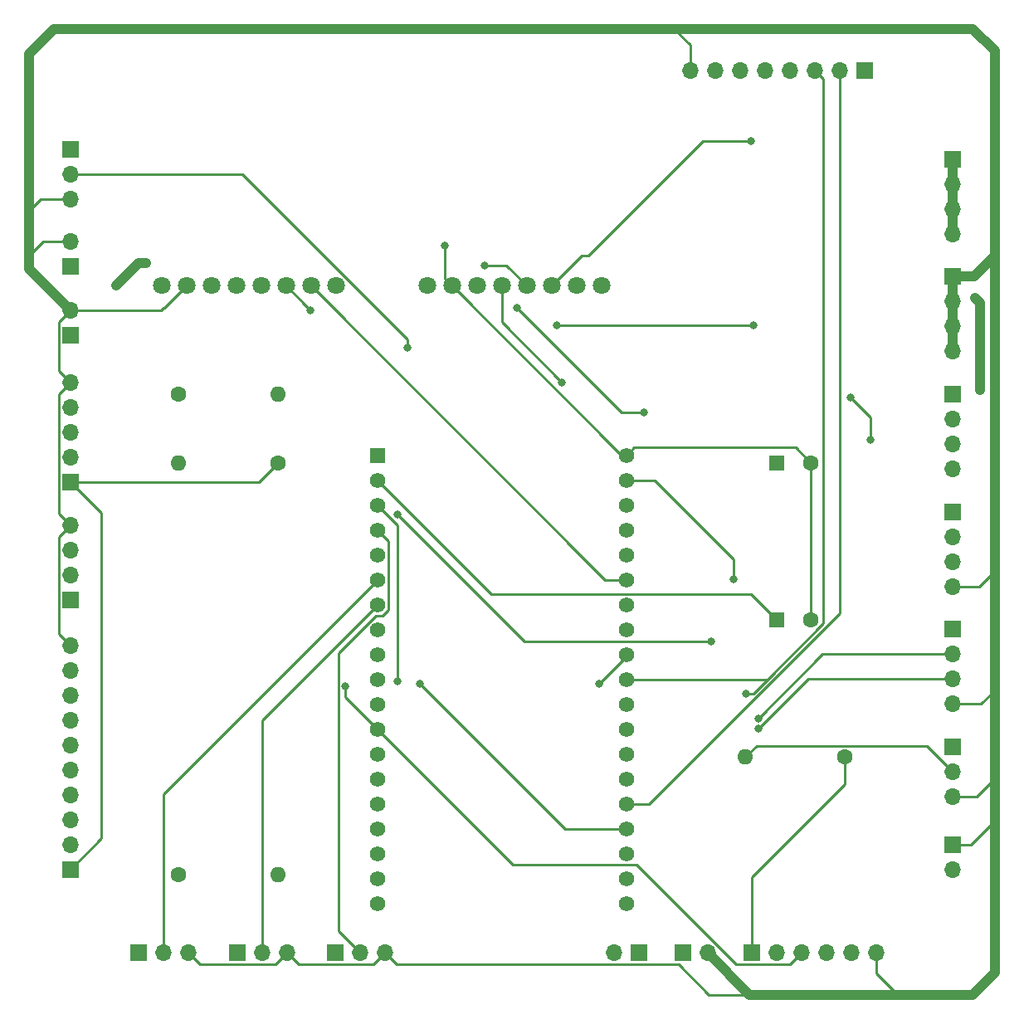
<source format=gbr>
%TF.GenerationSoftware,KiCad,Pcbnew,(5.1.12-1-10_14)*%
%TF.CreationDate,2022-01-09T11:34:05+01:00*%
%TF.ProjectId,mainPCB,6d61696e-5043-4422-9e6b-696361645f70,rev?*%
%TF.SameCoordinates,Original*%
%TF.FileFunction,Copper,L2,Bot*%
%TF.FilePolarity,Positive*%
%FSLAX46Y46*%
G04 Gerber Fmt 4.6, Leading zero omitted, Abs format (unit mm)*
G04 Created by KiCad (PCBNEW (5.1.12-1-10_14)) date 2022-01-09 11:34:05*
%MOMM*%
%LPD*%
G01*
G04 APERTURE LIST*
%TA.AperFunction,ComponentPad*%
%ADD10C,1.600000*%
%TD*%
%TA.AperFunction,ComponentPad*%
%ADD11R,1.600000X1.600000*%
%TD*%
%TA.AperFunction,ComponentPad*%
%ADD12O,1.600000X1.600000*%
%TD*%
%TA.AperFunction,ComponentPad*%
%ADD13C,1.800000*%
%TD*%
%TA.AperFunction,ComponentPad*%
%ADD14O,1.700000X1.700000*%
%TD*%
%TA.AperFunction,ComponentPad*%
%ADD15R,1.700000X1.700000*%
%TD*%
%TA.AperFunction,ComponentPad*%
%ADD16C,1.560000*%
%TD*%
%TA.AperFunction,ComponentPad*%
%ADD17R,1.560000X1.560000*%
%TD*%
%TA.AperFunction,ViaPad*%
%ADD18C,0.800000*%
%TD*%
%TA.AperFunction,Conductor*%
%ADD19C,0.250000*%
%TD*%
%TA.AperFunction,Conductor*%
%ADD20C,1.000000*%
%TD*%
G04 APERTURE END LIST*
D10*
%TO.P,C_5V_relais1,2*%
%TO.N,GND*%
X176500000Y-90000000D03*
D11*
%TO.P,C_5V_relais1,1*%
%TO.N,+5V*%
X173000000Y-90000000D03*
%TD*%
D12*
%TO.P,R_5V_ind1,2*%
%TO.N,Net-(H_LED_5V1-Pad1)*%
X122160000Y-83000000D03*
D10*
%TO.P,R_5V_ind1,1*%
%TO.N,+5V*%
X112000000Y-83000000D03*
%TD*%
D12*
%TO.P,R_3V3_ind1,2*%
%TO.N,Net-(H_LED_3V3-Pad1)*%
X122160000Y-132000000D03*
D10*
%TO.P,R_3V3_ind1,1*%
%TO.N,+3V3*%
X112000000Y-132000000D03*
%TD*%
D13*
%TO.P,MAX2,8*%
%TO.N,Net-(MAX2-Pad8)*%
X137360000Y-71900000D03*
%TO.P,MAX2,7*%
%TO.N,GND*%
X139900000Y-71900000D03*
%TO.P,MAX2,6*%
%TO.N,+3V3*%
X142440000Y-71900000D03*
%TO.P,MAX2,5*%
%TO.N,/SPI_CLK*%
X144980000Y-71900000D03*
%TO.P,MAX2,1*%
%TO.N,Net-(MAX2-Pad1)*%
X155140000Y-71900000D03*
%TO.P,MAX2,2*%
%TO.N,/SPI_CS_TEMP2*%
X152600000Y-71900000D03*
%TO.P,MAX2,3*%
%TO.N,/SPI_MOSI*%
X150060000Y-71900000D03*
%TO.P,MAX2,4*%
%TO.N,/SPI_MISO*%
X147520000Y-71900000D03*
%TD*%
%TO.P,MAX1,8*%
%TO.N,Net-(MAX1-Pad8)*%
X110260000Y-71900000D03*
%TO.P,MAX1,7*%
%TO.N,GND*%
X112800000Y-71900000D03*
%TO.P,MAX1,6*%
%TO.N,+3V3*%
X115340000Y-71900000D03*
%TO.P,MAX1,5*%
%TO.N,/SPI_CLK*%
X117880000Y-71900000D03*
%TO.P,MAX1,1*%
%TO.N,Net-(MAX1-Pad1)*%
X128040000Y-71900000D03*
%TO.P,MAX1,2*%
%TO.N,/SPI_CS_TEMP1*%
X125500000Y-71900000D03*
%TO.P,MAX1,3*%
%TO.N,/SPI_MOSI*%
X122960000Y-71900000D03*
%TO.P,MAX1,4*%
%TO.N,/SPI_MISO*%
X120420000Y-71900000D03*
%TD*%
D14*
%TO.P,H_GND1,4*%
%TO.N,GND*%
X191000000Y-78620000D03*
%TO.P,H_GND1,3*%
X191000000Y-76080000D03*
%TO.P,H_GND1,2*%
X191000000Y-73540000D03*
D15*
%TO.P,H_GND1,1*%
X191000000Y-71000000D03*
%TD*%
D14*
%TO.P,H_5V_IN1,2*%
%TO.N,/V_IN*%
X156460000Y-140000000D03*
D15*
%TO.P,H_5V_IN1,1*%
%TO.N,+5V*%
X159000000Y-140000000D03*
%TD*%
D14*
%TO.P,H_5V1,4*%
%TO.N,+3V3*%
X191000000Y-90620000D03*
%TO.P,H_5V1,3*%
X191000000Y-88080000D03*
%TO.P,H_5V1,2*%
X191000000Y-85540000D03*
D15*
%TO.P,H_5V1,1*%
X191000000Y-83000000D03*
%TD*%
D14*
%TO.P,H_LED_3V3,2*%
%TO.N,GND*%
X166000000Y-140000000D03*
D15*
%TO.P,H_LED_3V3,1*%
%TO.N,Net-(H_LED_3V3-Pad1)*%
X163460000Y-140000000D03*
%TD*%
D14*
%TO.P,H_LED_5V1,2*%
%TO.N,GND*%
X101000000Y-67460000D03*
D15*
%TO.P,H_LED_5V1,1*%
%TO.N,Net-(H_LED_5V1-Pad1)*%
X101000000Y-70000000D03*
%TD*%
D14*
%TO.P,H_3V3,4*%
%TO.N,+5V*%
X191000000Y-66620000D03*
%TO.P,H_3V3,3*%
X191000000Y-64080000D03*
%TO.P,H_3V3,2*%
X191000000Y-61540000D03*
D15*
%TO.P,H_3V3,1*%
X191000000Y-59000000D03*
%TD*%
D14*
%TO.P,H13_BLANK1,6*%
%TO.N,GND*%
X183200000Y-140000000D03*
%TO.P,H13_BLANK1,5*%
%TO.N,/ROTARY_SW_BLANK4*%
X180660000Y-140000000D03*
%TO.P,H13_BLANK1,4*%
%TO.N,/SCALE_DT_BLANK3*%
X178120000Y-140000000D03*
%TO.P,H13_BLANK1,3*%
%TO.N,/LED_RED_BLANK2*%
X175580000Y-140000000D03*
%TO.P,H13_BLANK1,2*%
%TO.N,/SPI_CS_SD_BLANK1*%
X173040000Y-140000000D03*
D15*
%TO.P,H13_BLANK1,1*%
%TO.N,+3V3*%
X170500000Y-140000000D03*
%TD*%
D14*
%TO.P,H12_SD1,8*%
%TO.N,GND*%
X164220000Y-50000000D03*
%TO.P,H12_SD1,7*%
%TO.N,/SPI_MISO*%
X166760000Y-50000000D03*
%TO.P,H12_SD1,6*%
%TO.N,/SPI_DC*%
X169300000Y-50000000D03*
%TO.P,H12_SD1,5*%
%TO.N,/SPI_CLK*%
X171840000Y-50000000D03*
%TO.P,H12_SD1,4*%
%TO.N,/SPI_MOSI*%
X174380000Y-50000000D03*
%TO.P,H12_SD1,3*%
%TO.N,/SPI_CS_SD_BLANK1*%
X176920000Y-50000000D03*
%TO.P,H12_SD1,2*%
%TO.N,/SPI_RES*%
X179460000Y-50000000D03*
D15*
%TO.P,H12_SD1,1*%
%TO.N,+3V3*%
X182000000Y-50000000D03*
%TD*%
D14*
%TO.P,H11_ANATEMP1,4*%
%TO.N,GND*%
X191000000Y-102620000D03*
%TO.P,H11_ANATEMP1,3*%
%TO.N,/ROTARY_SW_ANALOG_T2*%
X191000000Y-100080000D03*
%TO.P,H11_ANATEMP1,2*%
%TO.N,/SCALE_DT_ANALOG_T1*%
X191000000Y-97540000D03*
D15*
%TO.P,H11_ANATEMP1,1*%
%TO.N,+3V3*%
X191000000Y-95000000D03*
%TD*%
D14*
%TO.P,H10_PUMP1,3*%
%TO.N,GND*%
X113000000Y-140000000D03*
%TO.P,H10_PUMP1,2*%
%TO.N,/PUMP_IN*%
X110460000Y-140000000D03*
D15*
%TO.P,H10_PUMP1,1*%
%TO.N,+3V3*%
X107920000Y-140000000D03*
%TD*%
D14*
%TO.P,H9_WATER1,3*%
%TO.N,GND*%
X133040000Y-140000000D03*
%TO.P,H9_WATER1,2*%
%TO.N,/WATER_IN*%
X130500000Y-140000000D03*
D15*
%TO.P,H9_WATER1,1*%
%TO.N,+3V3*%
X127960000Y-140000000D03*
%TD*%
D14*
%TO.P,H8_ROTA1,5*%
%TO.N,GND*%
X101000000Y-81840000D03*
%TO.P,H8_ROTA1,4*%
%TO.N,/ROTARY_SW_ANALOG_T2*%
X101000000Y-84380000D03*
%TO.P,H8_ROTA1,3*%
%TO.N,/ROTARY_DT_LED_BLUE*%
X101000000Y-86920000D03*
%TO.P,H8_ROTA1,2*%
%TO.N,/ROTARY_CLK_PUMP_RELAIS*%
X101000000Y-89460000D03*
D15*
%TO.P,H8_ROTA1,1*%
%TO.N,+3V3*%
X101000000Y-92000000D03*
%TD*%
D14*
%TO.P,H7_SCALE1,3*%
%TO.N,GND*%
X101000000Y-63080000D03*
%TO.P,H7_SCALE1,2*%
%TO.N,/SCALE_DT_ANALOG_T1*%
X101000000Y-60540000D03*
D15*
%TO.P,H7_SCALE1,1*%
%TO.N,+3V3*%
X101000000Y-58000000D03*
%TD*%
D14*
%TO.P,H6_DISP1,10*%
%TO.N,GND*%
X101000000Y-108620000D03*
%TO.P,H6_DISP1,9*%
%TO.N,/TLC_CLK*%
X101000000Y-111160000D03*
%TO.P,H6_DISP1,8*%
%TO.N,/TLC_DATA*%
X101000000Y-113700000D03*
%TO.P,H6_DISP1,7*%
%TO.N,/PHOTO_IN*%
X101000000Y-116240000D03*
%TO.P,H6_DISP1,6*%
%TO.N,/SPI_DC*%
X101000000Y-118780000D03*
%TO.P,H6_DISP1,5*%
%TO.N,/SPI_CLK*%
X101000000Y-121320000D03*
%TO.P,H6_DISP1,4*%
%TO.N,/SPI_MOSI*%
X101000000Y-123860000D03*
%TO.P,H6_DISP1,3*%
%TO.N,/SPI_CS_OLED*%
X101000000Y-126400000D03*
%TO.P,H6_DISP1,2*%
%TO.N,/SPI_RES*%
X101000000Y-128940000D03*
D15*
%TO.P,H6_DISP1,1*%
%TO.N,+3V3*%
X101000000Y-131480000D03*
%TD*%
D14*
%TO.P,H5_RGBLED1,4*%
%TO.N,GND*%
X101000000Y-96380000D03*
%TO.P,H5_RGBLED1,3*%
%TO.N,/ROTARY_DT_LED_BLUE*%
X101000000Y-98920000D03*
%TO.P,H5_RGBLED1,2*%
%TO.N,/LED_GREEN*%
X101000000Y-101460000D03*
D15*
%TO.P,H5_RGBLED1,1*%
%TO.N,/LED_RED_BLANK2*%
X101000000Y-104000000D03*
%TD*%
D14*
%TO.P,H4_DHT22,3*%
%TO.N,GND*%
X191000000Y-124080000D03*
%TO.P,H4_DHT22,2*%
%TO.N,/DHT22*%
X191000000Y-121540000D03*
D15*
%TO.P,H4_DHT22,1*%
%TO.N,+3V3*%
X191000000Y-119000000D03*
%TD*%
D14*
%TO.P,H3_PUMPREL1,3*%
%TO.N,GND*%
X123080000Y-140000000D03*
%TO.P,H3_PUMPREL1,2*%
%TO.N,/ROTARY_CLK_PUMP_RELAIS*%
X120540000Y-140000000D03*
D15*
%TO.P,H3_PUMPREL1,1*%
%TO.N,+5V*%
X118000000Y-140000000D03*
%TD*%
D14*
%TO.P,H2_UART1,4*%
%TO.N,GND*%
X191000000Y-114620000D03*
%TO.P,H2_UART1,3*%
%TO.N,/UART2_RX*%
X191000000Y-112080000D03*
%TO.P,H2_UART1,2*%
%TO.N,/UART2_TX*%
X191000000Y-109540000D03*
D15*
%TO.P,H2_UART1,1*%
%TO.N,+5V*%
X191000000Y-107000000D03*
%TD*%
D14*
%TO.P,H1_5V_IN1,2*%
%TO.N,GND*%
X101000000Y-74460000D03*
D15*
%TO.P,H1_5V_IN1,1*%
%TO.N,+5V*%
X101000000Y-77000000D03*
%TD*%
D12*
%TO.P,EN_R1,2*%
%TO.N,/EN*%
X112000000Y-90000000D03*
D10*
%TO.P,EN_R1,1*%
%TO.N,+3V3*%
X122160000Y-90000000D03*
%TD*%
D14*
%TO.P,H_ENABLE1,2*%
%TO.N,/EN*%
X191000000Y-131540000D03*
D15*
%TO.P,H_ENABLE1,1*%
%TO.N,GND*%
X191000000Y-129000000D03*
%TD*%
D12*
%TO.P,DHT22_R1,2*%
%TO.N,/DHT22*%
X169840000Y-120000000D03*
D10*
%TO.P,DHT22_R1,1*%
%TO.N,+3V3*%
X180000000Y-120000000D03*
%TD*%
%TO.P,C1,2*%
%TO.N,GND*%
X176500000Y-106000000D03*
D11*
%TO.P,C1,1*%
%TO.N,/EN*%
X173000000Y-106000000D03*
%TD*%
D16*
%TO.P,U1,38*%
%TO.N,Net-(U1-Pad38)*%
X157700000Y-134960000D03*
%TO.P,U1,37*%
%TO.N,Net-(U1-Pad37)*%
X157700000Y-132420000D03*
%TO.P,U1,36*%
%TO.N,Net-(U1-Pad36)*%
X157700000Y-129880000D03*
%TO.P,U1,35*%
%TO.N,/LED_GREEN*%
X157700000Y-127340000D03*
%TO.P,U1,34*%
%TO.N,/SPI_RES*%
X157700000Y-124800000D03*
%TO.P,U1,33*%
%TO.N,Net-(U1-Pad33)*%
X157700000Y-122260000D03*
%TO.P,U1,32*%
%TO.N,/DHT22*%
X157700000Y-119720000D03*
%TO.P,U1,31*%
%TO.N,/UART2_RX*%
X157700000Y-117180000D03*
%TO.P,U1,30*%
%TO.N,/UART2_TX*%
X157700000Y-114640000D03*
%TO.P,U1,29*%
%TO.N,/SPI_CS_SD_BLANK1*%
X157700000Y-112100000D03*
%TO.P,U1,28*%
%TO.N,/SPI_CLK*%
X157700000Y-109560000D03*
%TO.P,U1,27*%
%TO.N,/SPI_MISO*%
X157700000Y-107020000D03*
%TO.P,U1,26*%
%TO.N,Net-(U1-Pad26)*%
X157700000Y-104480000D03*
%TO.P,U1,25*%
%TO.N,/SPI_CS_TEMP1*%
X157700000Y-101940000D03*
%TO.P,U1,24*%
%TO.N,Net-(U1-Pad24)*%
X157700000Y-99400000D03*
%TO.P,U1,23*%
%TO.N,Net-(U1-Pad23)*%
X157700000Y-96860000D03*
%TO.P,U1,22*%
%TO.N,/SPI_CS_TEMP2*%
X157700000Y-94320000D03*
%TO.P,U1,21*%
%TO.N,/SPI_MOSI*%
X157700000Y-91780000D03*
%TO.P,U1,20*%
%TO.N,GND*%
X157700000Y-89240000D03*
%TO.P,U1,18*%
%TO.N,Net-(U1-Pad18)*%
X132300000Y-132420000D03*
%TO.P,U1,17*%
%TO.N,Net-(U1-Pad17)*%
X132300000Y-129880000D03*
%TO.P,U1,16*%
%TO.N,Net-(U1-Pad16)*%
X132300000Y-127340000D03*
%TO.P,U1,15*%
%TO.N,/SPI_CS_OLED*%
X132300000Y-124800000D03*
%TO.P,U1,14*%
%TO.N,Net-(U1-Pad14)*%
X132300000Y-122260000D03*
%TO.P,U1,13*%
%TO.N,/SPI_DC*%
X132300000Y-119720000D03*
%TO.P,U1,12*%
%TO.N,/LED_RED_BLANK2*%
X132300000Y-117180000D03*
%TO.P,U1,11*%
%TO.N,/TLC_CLK*%
X132300000Y-114640000D03*
%TO.P,U1,10*%
%TO.N,/TLC_DATA*%
X132300000Y-112100000D03*
%TO.P,U1,9*%
%TO.N,/ROTARY_DT_LED_BLUE*%
X132300000Y-109560000D03*
%TO.P,U1,8*%
%TO.N,/SCALE_DT_ANALOG_T1*%
X132300000Y-107020000D03*
%TO.P,U1,7*%
%TO.N,/ROTARY_CLK_PUMP_RELAIS*%
X132300000Y-104480000D03*
%TO.P,U1,6*%
%TO.N,/PUMP_IN*%
X132300000Y-101940000D03*
%TO.P,U1,5*%
%TO.N,/ROTARY_SW_ANALOG_T2*%
X132300000Y-99400000D03*
%TO.P,U1,4*%
%TO.N,/WATER_IN*%
X132300000Y-96860000D03*
%TO.P,U1,3*%
%TO.N,/PHOTO_IN*%
X132300000Y-94320000D03*
%TO.P,U1,19*%
%TO.N,/V_IN*%
X132300000Y-134960000D03*
%TO.P,U1,2*%
%TO.N,/EN*%
X132300000Y-91780000D03*
D17*
%TO.P,U1,1*%
%TO.N,+3V3*%
X132300000Y-89240000D03*
%TD*%
D18*
%TO.N,GND*%
X139192000Y-67818000D03*
%TO.N,+3V3*%
X108712000Y-69596000D03*
X105664000Y-71882000D03*
%TO.N,+5V*%
X193802000Y-82550000D03*
X193294000Y-73152000D03*
%TO.N,/UART2_RX*%
X171196000Y-117094000D03*
%TO.N,/UART2_TX*%
X171191347Y-116073347D03*
%TO.N,/LED_GREEN*%
X136652000Y-112522000D03*
%TO.N,/LED_RED_BLANK2*%
X129032000Y-112776000D03*
%TO.N,/PHOTO_IN*%
X134366000Y-112268000D03*
%TO.N,/SPI_CLK*%
X151130000Y-81788000D03*
X154940000Y-112522000D03*
%TO.N,/SPI_MOSI*%
X125476000Y-74422000D03*
X170434000Y-57150000D03*
X168656000Y-101854000D03*
%TO.N,/SCALE_DT_ANALOG_T1*%
X135382000Y-78232000D03*
X182626000Y-87630000D03*
X180594000Y-83312000D03*
X170688000Y-75946000D03*
X150622000Y-75946000D03*
%TO.N,/ROTARY_SW_ANALOG_T2*%
X166370000Y-108204000D03*
X134366000Y-95250000D03*
%TO.N,/SPI_MISO*%
X143256000Y-69850000D03*
X146558000Y-74168000D03*
X159512000Y-84836000D03*
%TO.N,/SPI_CS_SD_BLANK1*%
X169926000Y-113538000D03*
%TD*%
D19*
%TO.N,GND*%
X121904999Y-141175001D02*
X123080000Y-140000000D01*
X114175001Y-141175001D02*
X121904999Y-141175001D01*
X113000000Y-140000000D02*
X114175001Y-141175001D01*
X131864999Y-141175001D02*
X133040000Y-140000000D01*
X124255001Y-141175001D02*
X131864999Y-141175001D01*
X123080000Y-140000000D02*
X124255001Y-141175001D01*
D20*
X101000000Y-74460000D02*
X96774000Y-70234000D01*
X96774000Y-48260000D02*
X99308990Y-45725010D01*
X193045010Y-45725010D02*
X195274990Y-47954990D01*
X170274990Y-144274990D02*
X166000000Y-140000000D01*
X195274990Y-142037010D02*
X193037010Y-144274990D01*
D19*
X183200000Y-140000000D02*
X183200000Y-142057980D01*
D20*
X185417010Y-144274990D02*
X170274990Y-144274990D01*
D19*
X183200000Y-142057980D02*
X185417010Y-144274990D01*
D20*
X193037010Y-144274990D02*
X185417010Y-144274990D01*
D19*
X191000000Y-129000000D02*
X192818000Y-129000000D01*
D20*
X195274990Y-126543010D02*
X195274990Y-142037010D01*
D19*
X192818000Y-129000000D02*
X195274990Y-126543010D01*
X193420000Y-124080000D02*
X195274990Y-122225010D01*
X191000000Y-124080000D02*
X193420000Y-124080000D01*
D20*
X195274990Y-122225010D02*
X195274990Y-126543010D01*
D19*
X191000000Y-114620000D02*
X193887980Y-114620000D01*
D20*
X195274990Y-113232990D02*
X195274990Y-122225010D01*
D19*
X193887980Y-114620000D02*
X195274990Y-113232990D01*
X193695980Y-102620000D02*
X195274990Y-101040990D01*
X191000000Y-102620000D02*
X193695980Y-102620000D01*
D20*
X195274990Y-101040990D02*
X195274990Y-113232990D01*
X191000000Y-78620000D02*
X191000000Y-71000000D01*
X193160000Y-71000000D02*
X195274990Y-68885010D01*
X191000000Y-71000000D02*
X193160000Y-71000000D01*
X195274990Y-68885010D02*
X195274990Y-101040990D01*
X195274990Y-47954990D02*
X195274990Y-68885010D01*
D19*
X164220000Y-47390020D02*
X162554990Y-45725010D01*
X164220000Y-50000000D02*
X164220000Y-47390020D01*
D20*
X162554990Y-45725010D02*
X193045010Y-45725010D01*
X99308990Y-45725010D02*
X162554990Y-45725010D01*
D19*
X157240000Y-89240000D02*
X157700000Y-89240000D01*
X139900000Y-71900000D02*
X157240000Y-89240000D01*
X158479999Y-88460001D02*
X157700000Y-89240000D01*
X174960001Y-88460001D02*
X158479999Y-88460001D01*
X176500000Y-90000000D02*
X174960001Y-88460001D01*
X176500000Y-106000000D02*
X176500000Y-90000000D01*
X112800000Y-71900000D02*
X110532000Y-74168000D01*
X110532000Y-74168000D02*
X110490000Y-74168000D01*
X110198000Y-74460000D02*
X101000000Y-74460000D01*
X110490000Y-74168000D02*
X110198000Y-74460000D01*
X139192000Y-71192000D02*
X139900000Y-71900000D01*
X139192000Y-67818000D02*
X139192000Y-71192000D01*
X97956000Y-63080000D02*
X96774000Y-64262000D01*
X101000000Y-63080000D02*
X97956000Y-63080000D01*
D20*
X96774000Y-64262000D02*
X96774000Y-48260000D01*
D19*
X98148000Y-67460000D02*
X96774000Y-68834000D01*
X101000000Y-67460000D02*
X98148000Y-67460000D01*
D20*
X96774000Y-68834000D02*
X96774000Y-64262000D01*
X96774000Y-70234000D02*
X96774000Y-68834000D01*
D19*
X99824999Y-75635001D02*
X101000000Y-74460000D01*
X99824999Y-80664999D02*
X99824999Y-75635001D01*
X101000000Y-81840000D02*
X99824999Y-80664999D01*
X99824999Y-95204999D02*
X99824999Y-83015001D01*
X99824999Y-83015001D02*
X101000000Y-81840000D01*
X101000000Y-96380000D02*
X99824999Y-95204999D01*
X99824999Y-97555001D02*
X101000000Y-96380000D01*
X99824999Y-107444999D02*
X99824999Y-97555001D01*
X101000000Y-108620000D02*
X99824999Y-107444999D01*
X134215001Y-141175001D02*
X163019001Y-141175001D01*
X133040000Y-140000000D02*
X134215001Y-141175001D01*
X166118990Y-144274990D02*
X170274990Y-144274990D01*
X163019001Y-141175001D02*
X166118990Y-144274990D01*
%TO.N,/EN*%
X143894999Y-103374999D02*
X132300000Y-91780000D01*
X170374999Y-103374999D02*
X143894999Y-103374999D01*
X173000000Y-106000000D02*
X170374999Y-103374999D01*
%TO.N,/DHT22*%
X170965001Y-118874999D02*
X169840000Y-120000000D01*
X188334999Y-118874999D02*
X170965001Y-118874999D01*
X191000000Y-121540000D02*
X188334999Y-118874999D01*
D20*
%TO.N,+3V3*%
X107950000Y-69596000D02*
X105664000Y-71882000D01*
X108712000Y-69596000D02*
X107950000Y-69596000D01*
D19*
X120160000Y-92000000D02*
X122160000Y-90000000D01*
X101000000Y-92000000D02*
X120160000Y-92000000D01*
X101000000Y-131480000D02*
X104140000Y-128340000D01*
X104140000Y-95140000D02*
X101000000Y-92000000D01*
X104140000Y-128340000D02*
X104140000Y-95140000D01*
X170500000Y-140000000D02*
X170500000Y-132268000D01*
X180000000Y-122768000D02*
X180000000Y-120000000D01*
X170500000Y-132268000D02*
X180000000Y-122768000D01*
D20*
%TO.N,+5V*%
X191000000Y-59000000D02*
X191000000Y-66620000D01*
X193802000Y-73660000D02*
X193294000Y-73152000D01*
X193802000Y-82550000D02*
X193802000Y-73660000D01*
D19*
%TO.N,/UART2_RX*%
X176210000Y-112080000D02*
X191000000Y-112080000D01*
X171196000Y-117094000D02*
X176210000Y-112080000D01*
%TO.N,/UART2_TX*%
X177724694Y-109540000D02*
X171191347Y-116073347D01*
X191000000Y-109540000D02*
X177724694Y-109540000D01*
%TO.N,/ROTARY_CLK_PUMP_RELAIS*%
X120540000Y-116240000D02*
X132300000Y-104480000D01*
X120540000Y-140000000D02*
X120540000Y-116240000D01*
%TO.N,/LED_GREEN*%
X151470000Y-127340000D02*
X157700000Y-127340000D01*
X136652000Y-112522000D02*
X151470000Y-127340000D01*
%TO.N,/LED_RED_BLANK2*%
X146105001Y-130985001D02*
X132300000Y-117180000D01*
X158724003Y-130985001D02*
X146105001Y-130985001D01*
X168914003Y-141175001D02*
X158724003Y-130985001D01*
X174404999Y-141175001D02*
X168914003Y-141175001D01*
X175580000Y-140000000D02*
X174404999Y-141175001D01*
X129032000Y-113912000D02*
X132300000Y-117180000D01*
X129032000Y-112776000D02*
X129032000Y-113912000D01*
%TO.N,/PHOTO_IN*%
X134366000Y-96386000D02*
X132300000Y-94320000D01*
X134366000Y-112268000D02*
X134366000Y-96386000D01*
%TO.N,/SPI_CLK*%
X144980000Y-75638000D02*
X151130000Y-81788000D01*
X144980000Y-71900000D02*
X144980000Y-75638000D01*
X157700000Y-109762000D02*
X157700000Y-109560000D01*
X154940000Y-112522000D02*
X157700000Y-109762000D01*
%TO.N,/SPI_MOSI*%
X122960000Y-71900000D02*
X124974000Y-73914000D01*
X124974000Y-73920000D02*
X125476000Y-74422000D01*
X124974000Y-73914000D02*
X124974000Y-73920000D01*
X165536998Y-57150000D02*
X153852998Y-68834000D01*
X170434000Y-57150000D02*
X165536998Y-57150000D01*
X153126000Y-68834000D02*
X150060000Y-71900000D01*
X153852998Y-68834000D02*
X153126000Y-68834000D01*
X168656000Y-101854000D02*
X168656000Y-99822000D01*
X160614000Y-91780000D02*
X157700000Y-91780000D01*
X168656000Y-99822000D02*
X160614000Y-91780000D01*
%TO.N,/SPI_RES*%
X160001412Y-124800000D02*
X157700000Y-124800000D01*
X179460000Y-105341412D02*
X160001412Y-124800000D01*
X179460000Y-50000000D02*
X179460000Y-105341412D01*
%TO.N,/SCALE_DT_ANALOG_T1*%
X118493002Y-60540000D02*
X135382000Y-77428998D01*
X135382000Y-77428998D02*
X135382000Y-78232000D01*
X101000000Y-60540000D02*
X118493002Y-60540000D01*
X182626000Y-85344000D02*
X180594000Y-83312000D01*
X182626000Y-87630000D02*
X182626000Y-85344000D01*
X170688000Y-75946000D02*
X150622000Y-75946000D01*
%TO.N,/ROTARY_SW_ANALOG_T2*%
X147320000Y-108204000D02*
X134366000Y-95250000D01*
X166370000Y-108204000D02*
X147320000Y-108204000D01*
%TO.N,/WATER_IN*%
X133405001Y-97965001D02*
X132300000Y-96860000D01*
X132099597Y-105585001D02*
X132830401Y-105585001D01*
X128306999Y-109377599D02*
X132099597Y-105585001D01*
X128306999Y-137806999D02*
X128306999Y-109377599D01*
X133405001Y-105010401D02*
X133405001Y-97965001D01*
X132830401Y-105585001D02*
X133405001Y-105010401D01*
X130500000Y-140000000D02*
X128306999Y-137806999D01*
%TO.N,/PUMP_IN*%
X110460000Y-123780000D02*
X132300000Y-101940000D01*
X110460000Y-140000000D02*
X110460000Y-123780000D01*
%TO.N,/SPI_MISO*%
X145470000Y-69850000D02*
X147520000Y-71900000D01*
X143256000Y-69850000D02*
X145470000Y-69850000D01*
X157226000Y-84836000D02*
X159512000Y-84836000D01*
X146558000Y-74168000D02*
X157226000Y-84836000D01*
%TO.N,/SPI_CS_SD_BLANK1*%
X172065002Y-112100000D02*
X157700000Y-112100000D01*
X177769999Y-50849999D02*
X177769999Y-106395003D01*
X177769999Y-106395003D02*
X172065002Y-112100000D01*
X176920000Y-50000000D02*
X177769999Y-50849999D01*
X169926000Y-113538000D02*
X170627002Y-113538000D01*
X170627002Y-113538000D02*
X172065002Y-112100000D01*
%TO.N,/SPI_CS_TEMP1*%
X155540000Y-101940000D02*
X157700000Y-101940000D01*
X125500000Y-71900000D02*
X155540000Y-101940000D01*
%TD*%
M02*

</source>
